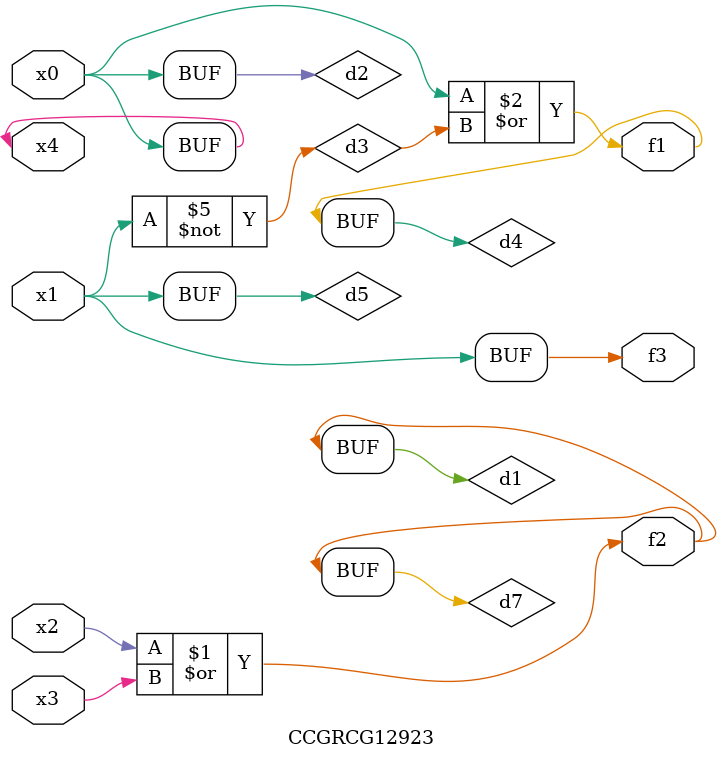
<source format=v>
module CCGRCG12923(
	input x0, x1, x2, x3, x4,
	output f1, f2, f3
);

	wire d1, d2, d3, d4, d5, d6, d7;

	or (d1, x2, x3);
	buf (d2, x0, x4);
	not (d3, x1);
	or (d4, d2, d3);
	not (d5, d3);
	nand (d6, d1, d3);
	or (d7, d1);
	assign f1 = d4;
	assign f2 = d7;
	assign f3 = d5;
endmodule

</source>
